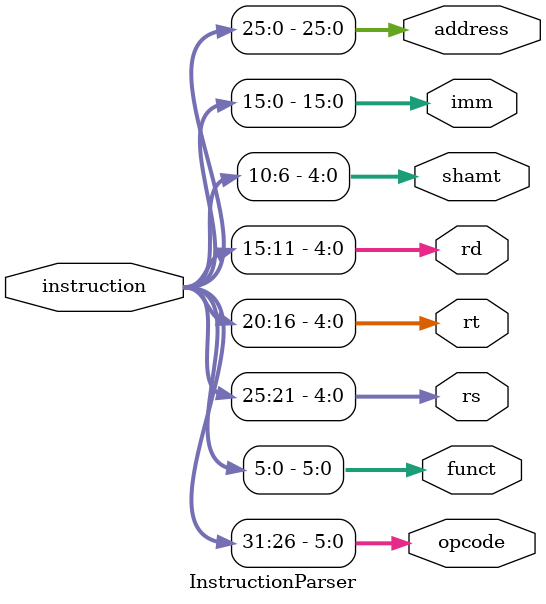
<source format=v>
module InstructionParser(opcode, rs, rt, rd, shamt, funct, imm, address, instruction);
	// Input declaration(s)
	input [31:0]instruction;
	// Output declaration(s)
	output reg [5:0]opcode, funct;
	output reg [4:0]rs, rt, rd, shamt;
	output reg [15:0]imm;
	output reg [25:0]address;
	
	
	
	always@(instruction) begin
		opcode = instruction[31:26];
		rs = instruction[25:21];
		rt = instruction[20:16];
		rd = instruction[15:11];
		shamt = instruction[10:6];
		funct = instruction[5:0];
		imm = instruction[15:0];
		address = instruction[25:0];
	end
endmodule
</source>
